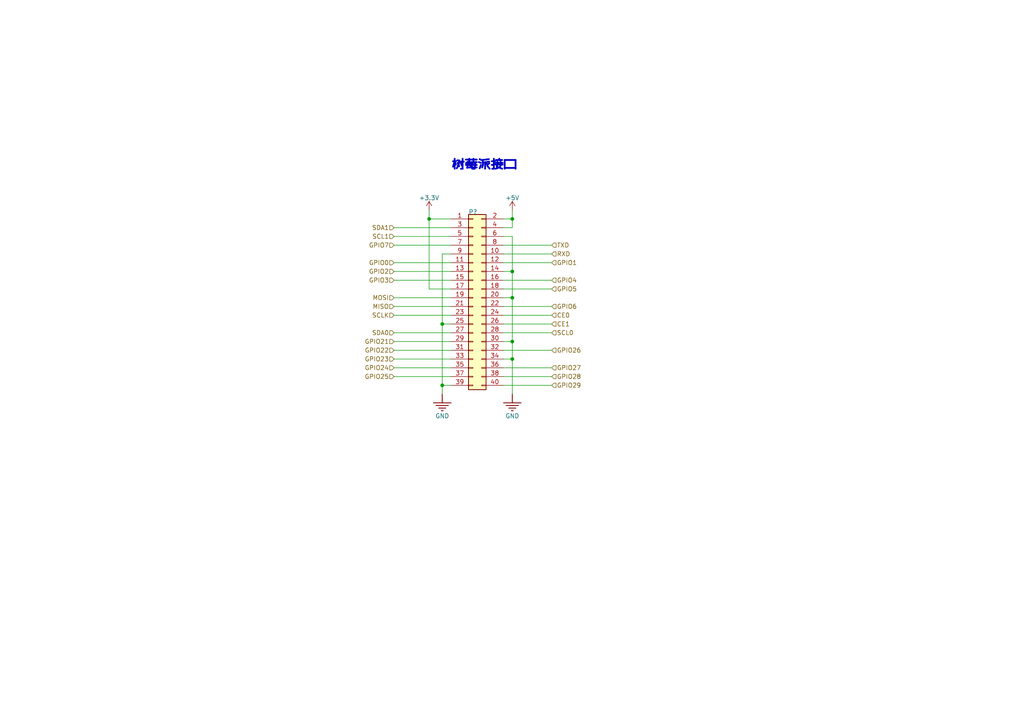
<source format=kicad_sch>
(kicad_sch (version 20230121) (generator eeschema)
  (paper "A4")
  (title_block (title "HPM5E00EVK") (date "2024-04-06") (rev "RevB") (comment 1 "RASPBERRY_IF"))
  (lib_symbols
    (symbol "00_HPM_power:+3.3V" (power) (pin_names (offset 0))
      (property "Value" "+3.3V" (at 0 3.556 0))
      (symbol "+3.3V_0_1"
        (polyline (pts (xy -0.762 1.27) (xy 0 2.54)))
        (polyline (pts (xy 0 0) (xy 0 2.54)))
        (polyline (pts (xy 0 2.54) (xy 0.762 1.27)))
      )
      (symbol "+3.3V_1_1"
        (pin power_in line (at 0 0 90) (length 0) hide (name "+3.3V") (number "1"))
      )
    )
    (symbol "00_HPM_power:GND" (power)
      (property "Value" "GND" (at 0 -6.35 0))
      (symbol "GND_0_0"
        (polyline (pts (xy -2.54 -2.54) (xy 2.54 -2.54)) (stroke (width 0.254)))
        (polyline (pts (xy -1.778 -3.302) (xy 1.778 -3.302)) (stroke (width 0.254)))
        (polyline (pts (xy -1.016 -4.064) (xy 1.016 -4.064)) (stroke (width 0.254)))
        (polyline (pts (xy -0.254 -4.826) (xy 0.254 -4.826)) (stroke (width 0.254)))
        (polyline (pts (xy 0 0) (xy 0 -2.54)) (stroke (width 0.254)))
        (pin power_in line (at 0 0 0) (length 0) hide (name "GND") (number ""))
      )
    )
    (symbol "05_HPM_Connector_PinHeader:Conn_02x20"
      (property "Reference" "J" (at 0 0 0))
      (property "Value" "Conn_02x20" (at 0 -55.88 0))
      (symbol "Conn_02x20_1_1"
        (rectangle (start 0 -49.4284) (end 1.27 -49.6824) (stroke (width 0.1524)))
        (rectangle (start 0 -46.8884) (end 1.27 -47.1424) (stroke (width 0.1524)))
        (rectangle (start 0 -44.3484) (end 1.27 -44.6024) (stroke (width 0.1524)))
        (rectangle (start 0 -41.8084) (end 1.27 -42.0624) (stroke (width 0.1524)))
        (rectangle (start 0 -39.2684) (end 1.27 -39.5224) (stroke (width 0.1524)))
        (rectangle (start 0 -36.7284) (end 1.27 -36.9824) (stroke (width 0.1524)))
        (rectangle (start 0 -34.1884) (end 1.27 -34.4424) (stroke (width 0.1524)))
        (rectangle (start 0 -31.6484) (end 1.27 -31.9024) (stroke (width 0.1524)))
        (rectangle (start 0 -29.1084) (end 1.27 -29.3624) (stroke (width 0.1524)))
        (rectangle (start 0 -26.5684) (end 1.27 -26.8224) (stroke (width 0.1524)))
        (rectangle (start 0 -24.003) (end 1.27 -24.257) (stroke (width 0.1524)))
        (rectangle (start 0 -21.463) (end 1.27 -21.717) (stroke (width 0.1524)))
        (rectangle (start 0 -18.923) (end 1.27 -19.177) (stroke (width 0.1524)))
        (rectangle (start 0 -16.383) (end 1.27 -16.637) (stroke (width 0.1524)))
        (rectangle (start 0 -13.843) (end 1.27 -14.097) (stroke (width 0.1524)))
        (rectangle (start 0 -11.303) (end 1.27 -11.557) (stroke (width 0.1524)))
        (rectangle (start 0 -8.763) (end 1.27 -9.017) (stroke (width 0.1524)))
        (rectangle (start 0 -6.223) (end 1.27 -6.477) (stroke (width 0.1524)))
        (rectangle (start 0 -3.683) (end 1.27 -3.937) (stroke (width 0.1524)))
        (rectangle (start 0 -1.143) (end 1.27 -1.397) (stroke (width 0.1524)))
        (rectangle (start 0 0) (end 5.08 -50.8) (stroke (width 0.254)) (fill (type background)))
        (rectangle (start 5.08 -49.4284) (end 3.81 -49.6824) (stroke (width 0.1524)))
        (rectangle (start 5.08 -46.8884) (end 3.81 -47.1424) (stroke (width 0.1524)))
        (rectangle (start 5.08 -44.3484) (end 3.81 -44.6024) (stroke (width 0.1524)))
        (rectangle (start 5.08 -41.8084) (end 3.81 -42.0624) (stroke (width 0.1524)))
        (rectangle (start 5.08 -39.2684) (end 3.81 -39.5224) (stroke (width 0.1524)))
        (rectangle (start 5.08 -36.7284) (end 3.81 -36.9824) (stroke (width 0.1524)))
        (rectangle (start 5.08 -34.1884) (end 3.81 -34.4424) (stroke (width 0.1524)))
        (rectangle (start 5.08 -31.6484) (end 3.81 -31.9024) (stroke (width 0.1524)))
        (rectangle (start 5.08 -29.1084) (end 3.81 -29.3624) (stroke (width 0.1524)))
        (rectangle (start 5.08 -26.5684) (end 3.81 -26.8224) (stroke (width 0.1524)))
        (rectangle (start 5.08 -24.003) (end 3.81 -24.257) (stroke (width 0.1524)))
        (rectangle (start 5.08 -21.463) (end 3.81 -21.717) (stroke (width 0.1524)))
        (rectangle (start 5.08 -18.923) (end 3.81 -19.177) (stroke (width 0.1524)))
        (rectangle (start 5.08 -16.383) (end 3.81 -16.637) (stroke (width 0.1524)))
        (rectangle (start 5.08 -13.843) (end 3.81 -14.097) (stroke (width 0.1524)))
        (rectangle (start 5.08 -11.303) (end 3.81 -11.557) (stroke (width 0.1524)))
        (rectangle (start 5.08 -8.763) (end 3.81 -9.017) (stroke (width 0.1524)))
        (rectangle (start 5.08 -6.223) (end 3.81 -6.477) (stroke (width 0.1524)))
        (rectangle (start 5.08 -3.683) (end 3.81 -3.937) (stroke (width 0.1524)))
        (rectangle (start 5.08 -1.143) (end 3.81 -1.397) (stroke (width 0.1524)))
        (pin passive line (at -5.08 -1.27 0) (length 5.08) (name "") (number "1"))
        (pin passive line (at 10.16 -11.43 180) (length 5.08) (name "") (number "10"))
        (pin passive line (at -5.08 -13.97 0) (length 5.08) (name "") (number "11"))
        (pin passive line (at 10.16 -13.97 180) (length 5.08) (name "") (number "12"))
        (pin passive line (at -5.08 -16.51 0) (length 5.08) (name "") (number "13"))
        (pin passive line (at 10.16 -16.51 180) (length 5.08) (name "") (number "14"))
        (pin passive line (at -5.08 -19.05 0) (length 5.08) (name "") (number "15"))
        (pin passive line (at 10.16 -19.05 180) (length 5.08) (name "") (number "16"))
        (pin passive line (at -5.08 -21.59 0) (length 5.08) (name "") (number "17"))
        (pin passive line (at 10.16 -21.59 180) (length 5.08) (name "") (number "18"))
        (pin passive line (at -5.08 -24.13 0) (length 5.08) (name "") (number "19"))
        (pin passive line (at 10.16 -1.27 180) (length 5.08) (name "") (number "2"))
        (pin passive line (at 10.16 -24.13 180) (length 5.08) (name "") (number "20"))
        (pin passive line (at -5.08 -26.67 0) (length 5.08) (name "") (number "21"))
        (pin passive line (at 10.16 -26.67 180) (length 5.08) (name "") (number "22"))
        (pin passive line (at -5.08 -29.21 0) (length 5.08) (name "") (number "23"))
        (pin passive line (at 10.16 -29.21 180) (length 5.08) (name "") (number "24"))
        (pin passive line (at -5.08 -31.75 0) (length 5.08) (name "") (number "25"))
        (pin passive line (at 10.16 -31.75 180) (length 5.08) (name "") (number "26"))
        (pin passive line (at -5.08 -34.29 0) (length 5.08) (name "") (number "27"))
        (pin passive line (at 10.16 -34.29 180) (length 5.08) (name "") (number "28"))
        (pin passive line (at -5.08 -36.83 0) (length 5.08) (name "") (number "29"))
        (pin passive line (at -5.08 -3.81 0) (length 5.08) (name "") (number "3"))
        (pin passive line (at 10.16 -36.83 180) (length 5.08) (name "") (number "30"))
        (pin passive line (at -5.08 -39.37 0) (length 5.08) (name "") (number "31"))
        (pin passive line (at 10.16 -39.37 180) (length 5.08) (name "") (number "32"))
        (pin passive line (at -5.08 -41.91 0) (length 5.08) (name "") (number "33"))
        (pin passive line (at 10.16 -41.91 180) (length 5.08) (name "") (number "34"))
        (pin passive line (at -5.08 -44.45 0) (length 5.08) (name "") (number "35"))
        (pin passive line (at 10.16 -44.45 180) (length 5.08) (name "") (number "36"))
        (pin passive line (at -5.08 -46.99 0) (length 5.08) (name "") (number "37"))
        (pin passive line (at 10.16 -46.99 180) (length 5.08) (name "") (number "38"))
        (pin passive line (at -5.08 -49.53 0) (length 5.08) (name "") (number "39"))
        (pin passive line (at 10.16 -3.81 180) (length 5.08) (name "") (number "4"))
        (pin passive line (at 10.16 -49.53 180) (length 5.08) (name "") (number "40"))
        (pin passive line (at -5.08 -6.35 0) (length 5.08) (name "") (number "5"))
        (pin passive line (at 10.16 -6.35 180) (length 5.08) (name "") (number "6"))
        (pin passive line (at -5.08 -8.89 0) (length 5.08) (name "") (number "7"))
        (pin passive line (at 10.16 -8.89 180) (length 5.08) (name "") (number "8"))
        (pin passive line (at -5.08 -11.43 0) (length 5.08) (name "") (number "9"))
      )
    )
    (symbol "power:+5V" (power) (pin_names (offset 0))
      (property "Value" "+5V" (at 0 3.556 0))
      (symbol "+5V_0_1"
        (polyline (pts (xy -0.762 1.27) (xy 0 2.54)))
        (polyline (pts (xy 0 0) (xy 0 2.54)))
        (polyline (pts (xy 0 2.54) (xy 0.762 1.27)))
      )
      (symbol "+5V_1_1"
        (pin power_in line (at 0 0 90) (length 0) hide (name "+5V") (number "1"))
      )
    )
  )
  (junction (at 148.59 99.06))
  (junction (at 148.59 86.36))
  (junction (at 148.59 104.14))
  (junction (at 124.46 63.5))
  (junction (at 148.59 78.74))
  (junction (at 148.59 63.5))
  (junction (at 128.27 111.76))
  (junction (at 128.27 93.98))
  (wire (pts (xy 146.05 101.6) (xy 160.02 101.6)))
  (wire (pts (xy 148.59 99.06) (xy 148.59 104.14)))
  (wire (pts (xy 114.3 104.14) (xy 130.81 104.14)))
  (wire (pts (xy 148.59 86.36) (xy 148.59 99.06)))
  (wire (pts (xy 148.59 60.96) (xy 148.59 63.5)))
  (wire (pts (xy 114.3 88.9) (xy 130.81 88.9)))
  (wire (pts (xy 124.46 60.96) (xy 124.46 63.5)))
  (wire (pts (xy 128.27 73.66) (xy 128.27 93.98)))
  (wire (pts (xy 114.3 91.44) (xy 130.81 91.44)))
  (wire (pts (xy 114.3 76.2) (xy 130.81 76.2)))
  (wire (pts (xy 114.3 109.22) (xy 130.81 109.22)))
  (wire (pts (xy 146.05 96.52) (xy 160.02 96.52)))
  (wire (pts (xy 146.05 111.76) (xy 160.02 111.76)))
  (wire (pts (xy 114.3 66.04) (xy 130.81 66.04)))
  (wire (pts (xy 114.3 71.12) (xy 130.81 71.12)))
  (wire (pts (xy 148.59 66.04) (xy 148.59 63.5)))
  (wire (pts (xy 146.05 78.74) (xy 148.59 78.74)))
  (wire (pts (xy 124.46 63.5) (xy 130.81 63.5)))
  (wire (pts (xy 146.05 88.9) (xy 160.02 88.9)))
  (wire (pts (xy 124.46 83.82) (xy 130.81 83.82)))
  (wire (pts (xy 146.05 66.04) (xy 148.59 66.04)))
  (wire (pts (xy 114.3 101.6) (xy 130.81 101.6)))
  (wire (pts (xy 148.59 68.58) (xy 148.59 78.74)))
  (wire (pts (xy 114.3 81.28) (xy 130.81 81.28)))
  (wire (pts (xy 148.59 78.74) (xy 148.59 86.36)))
  (wire (pts (xy 130.81 73.66) (xy 128.27 73.66)))
  (wire (pts (xy 146.05 91.44) (xy 160.02 91.44)))
  (wire (pts (xy 114.3 68.58) (xy 130.81 68.58)))
  (wire (pts (xy 128.27 93.98) (xy 130.81 93.98)))
  (wire (pts (xy 128.27 111.76) (xy 128.27 114.3)))
  (wire (pts (xy 146.05 99.06) (xy 148.59 99.06)))
  (wire (pts (xy 146.05 109.22) (xy 160.02 109.22)))
  (wire (pts (xy 146.05 104.14) (xy 148.59 104.14)))
  (wire (pts (xy 114.3 99.06) (xy 130.81 99.06)))
  (wire (pts (xy 114.3 106.68) (xy 130.81 106.68)))
  (wire (pts (xy 146.05 68.58) (xy 148.59 68.58)))
  (wire (pts (xy 146.05 86.36) (xy 148.59 86.36)))
  (wire (pts (xy 146.05 63.5) (xy 148.59 63.5)))
  (wire (pts (xy 114.3 96.52) (xy 130.81 96.52)))
  (wire (pts (xy 124.46 63.5) (xy 124.46 83.82)))
  (wire (pts (xy 146.05 76.2) (xy 160.02 76.2)))
  (wire (pts (xy 128.27 111.76) (xy 130.81 111.76)))
  (wire (pts (xy 128.27 93.98) (xy 128.27 111.76)))
  (wire (pts (xy 146.05 73.66) (xy 160.02 73.66)))
  (wire (pts (xy 146.05 83.82) (xy 160.02 83.82)))
  (wire (pts (xy 146.05 93.98) (xy 160.02 93.98)))
  (wire (pts (xy 146.05 71.12) (xy 160.02 71.12)))
  (wire (pts (xy 148.59 104.14) (xy 148.59 114.3)))
  (wire (pts (xy 114.3 86.36) (xy 130.81 86.36)))
  (wire (pts (xy 146.05 106.68) (xy 160.02 106.68)))
  (wire (pts (xy 114.3 78.74) (xy 130.81 78.74)))
  (wire (pts (xy 146.05 81.28) (xy 160.02 81.28)))
  (text "树莓派接口" (at 130.81 49.53 0) (effects (font (size 2.54 2.54) (thickness 0.508) bold) (justify left bottom)))
  (hierarchical_label "CE1" (shape input) (at 160.02 93.98 0))
  (hierarchical_label "GPIO28" (shape input) (at 160.02 109.22 0))
  (hierarchical_label "GPIO6" (shape input) (at 160.02 88.9 0))
  (hierarchical_label "SCLK" (shape input) (at 114.3 91.44 180))
  (hierarchical_label "GPIO7" (shape input) (at 114.3 71.12 180))
  (hierarchical_label "GPIO5" (shape input) (at 160.02 83.82 0))
  (hierarchical_label "GPIO27" (shape input) (at 160.02 106.68 0))
  (hierarchical_label "GPIO1" (shape input) (at 160.02 76.2 0))
  (hierarchical_label "GPIO26" (shape input) (at 160.02 101.6 0))
  (hierarchical_label "GPIO25" (shape input) (at 114.3 109.22 180))
  (hierarchical_label "GPIO24" (shape input) (at 114.3 106.68 180))
  (hierarchical_label "RXD" (shape input) (at 160.02 73.66 0))
  (hierarchical_label "GPIO4" (shape input) (at 160.02 81.28 0))
  (hierarchical_label "TXD" (shape input) (at 160.02 71.12 0))
  (hierarchical_label "GPIO22" (shape input) (at 114.3 101.6 180))
  (hierarchical_label "GPIO0" (shape input) (at 114.3 76.2 180))
  (hierarchical_label "SCL0" (shape input) (at 160.02 96.52 0))
  (hierarchical_label "GPIO23" (shape input) (at 114.3 104.14 180))
  (hierarchical_label "GPIO3" (shape input) (at 114.3 81.28 180))
  (hierarchical_label "GPIO2" (shape input) (at 114.3 78.74 180))
  (hierarchical_label "GPIO21" (shape input) (at 114.3 99.06 180))
  (hierarchical_label "SDA0" (shape input) (at 114.3 96.52 180))
  (hierarchical_label "GPIO29" (shape input) (at 160.02 111.76 0))
  (hierarchical_label "MISO" (shape input) (at 114.3 88.9 180))
  (hierarchical_label "CE0" (shape input) (at 160.02 91.44 0))
  (hierarchical_label "MOSI" (shape input) (at 114.3 86.36 180))
  (hierarchical_label "SCL1" (shape input) (at 114.3 68.58 180))
  (hierarchical_label "SDA1" (shape input) (at 114.3 66.04 180))
  (symbol (lib_id "00_HPM_power:GND") (at 148.59 114.3 0) (unit 1)
    (property "Reference" "#PWR?" (effects hide))
    (property "Value" "GND" (at 148.59 120.65 0))
    (instances (project "ART-PI" (path "" (reference "#PWR?") (unit 1))) (project "HPM6200EVK" (path "" (reference "#PWR?") (unit 1))) (project "HPM5E00EVKRevC" (path "" (reference "#PWR0237") (unit 1))) (project "07-HPM5300-RASPBERRY-PI" (path "" (reference "#PWR?") (unit 1))) (project "HPM5300 EVK REVC" (path "" (reference "#PWR0231") (unit 1))))
  )
  (symbol (lib_id "05_HPM_Connector_PinHeader:Conn_02x20") (at 135.89 62.23 0) (unit 1)
    (property "Reference" "P?" (at 135.89 62.23 0) (effects (justify left bottom)))
    (property "Value" "双排排针2.54mm-40P" (effects hide))
    (property "Footprint" "05_HPM_Connector_PinHeader:PinHeader_2x20_P2.54mm_Vertical" (effects hide))
    (property "Model" "2.54mm 2*20P直排针" (effects hide))
    (property "Company" " BOOMELE(博穆精密) " (effects hide))
    (instances (project "ART-PI" (path "" (reference "P?") (unit 1))) (project "HPM6200EVK" (path "" (reference "P?") (unit 1))) (project "HPM5E00EVKRevC" (path "" (reference "P5") (unit 1))) (project "07-HPM5300-RASPBERRY-PI" (path "" (reference "P?") (unit 1))) (project "HPM5300 EVK REVC" (path "" (reference "P1") (unit 1))))
  )
  (symbol (lib_id "power:+5V") (at 148.59 60.96 0) (unit 1)
    (property "Reference" "#PWR?" (effects hide))
    (property "Value" "+5V" (at 148.59 57.404 0))
    (instances (project "ART-PI" (path "" (reference "#PWR?") (unit 1))) (project "HPM6200EVK" (path "" (reference "#PWR?") (unit 1))) (project "HPM5E00EVKRevC" (path "" (reference "#PWR0236") (unit 1))) (project "07-HPM5300-RASPBERRY-PI" (path "" (reference "#PWR?") (unit 1))) (project "HPM5300 EVK REVC" (path "" (reference "#PWR0228") (unit 1))))
  )
  (symbol (lib_id "00_HPM_power:+3.3V") (at 124.46 60.96 0) (unit 1)
    (property "Reference" "#PWR?" (effects hide))
    (property "Value" "+3.3V" (at 124.46 57.404 0))
    (instances (project "ART-PI" (path "" (reference "#PWR?") (unit 1))) (project "HPM6200EVK" (path "" (reference "#PWR?") (unit 1))) (project "HPM5E00EVKRevC" (path "" (reference "#PWR0234") (unit 1))) (project "07-HPM5300-RASPBERRY-PI" (path "" (reference "#PWR?") (unit 1))) (project "HPM5300 EVK REVC" (path "" (reference "#PWR0227") (unit 1))))
  )
  (symbol (lib_id "00_HPM_power:GND") (at 128.27 114.3 0) (unit 1)
    (property "Reference" "#PWR?" (effects hide))
    (property "Value" "GND" (at 128.27 120.65 0))
    (instances (project "ART-PI" (path "" (reference "#PWR?") (unit 1))) (project "HPM6200EVK" (path "" (reference "#PWR?") (unit 1))) (project "HPM5E00EVKRevC" (path "" (reference "#PWR0235") (unit 1))) (project "07-HPM5300-RASPBERRY-PI" (path "" (reference "#PWR?") (unit 1))) (project "HPM5300 EVK REVC" (path "" (reference "#PWR0230") (unit 1))))
  )
)
</source>
